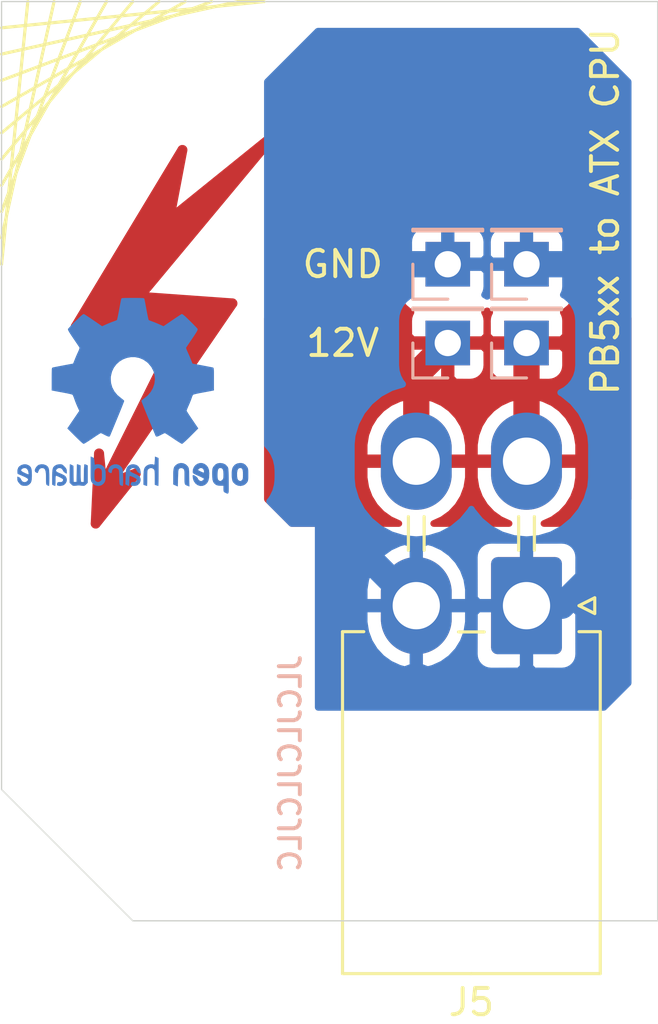
<source format=kicad_pcb>
(kicad_pcb (version 20171130) (host pcbnew "(5.1.12-1-10_14)")

  (general
    (thickness 1.6)
    (drawings 21)
    (tracks 12)
    (zones 0)
    (modules 8)
    (nets 3)
  )

  (page A4)
  (title_block
    (title "PB5xx ATXCPU")
    (date 2022-01-31)
    (rev 1.1)
    (company Lostwave)
    (comment 1 https://68kmla.org)
  )

  (layers
    (0 F.Cu signal)
    (31 B.Cu signal)
    (34 B.Paste user)
    (36 B.SilkS user)
    (37 F.SilkS user)
    (38 B.Mask user)
    (39 F.Mask user)
    (44 Edge.Cuts user)
    (45 Margin user)
    (46 B.CrtYd user)
    (47 F.CrtYd user)
  )

  (setup
    (last_trace_width 1)
    (trace_clearance 1)
    (zone_clearance 0.508)
    (zone_45_only no)
    (trace_min 0.2)
    (via_size 0.8)
    (via_drill 0.4)
    (via_min_size 0.4)
    (via_min_drill 0.3)
    (uvia_size 0.3)
    (uvia_drill 0.1)
    (uvias_allowed no)
    (uvia_min_size 0.2)
    (uvia_min_drill 0.1)
    (edge_width 0.05)
    (segment_width 0.2)
    (pcb_text_width 0.3)
    (pcb_text_size 1.5 1.5)
    (mod_edge_width 0.12)
    (mod_text_size 1 1)
    (mod_text_width 0.15)
    (pad_size 1.524 1.524)
    (pad_drill 0.762)
    (pad_to_mask_clearance 0)
    (aux_axis_origin 0 0)
    (visible_elements FFFFFF7F)
    (pcbplotparams
      (layerselection 0x010f4_ffffffff)
      (usegerberextensions false)
      (usegerberattributes true)
      (usegerberadvancedattributes true)
      (creategerberjobfile true)
      (excludeedgelayer true)
      (linewidth 0.100000)
      (plotframeref false)
      (viasonmask false)
      (mode 1)
      (useauxorigin false)
      (hpglpennumber 1)
      (hpglpenspeed 20)
      (hpglpendiameter 15.000000)
      (psnegative false)
      (psa4output false)
      (plotreference true)
      (plotvalue true)
      (plotinvisibletext false)
      (padsonsilk false)
      (subtractmaskfromsilk false)
      (outputformat 1)
      (mirror false)
      (drillshape 0)
      (scaleselection 1)
      (outputdirectory ""))
  )

  (net 0 "")
  (net 1 GND)
  (net 2 +12V)

  (net_class Default "Ceci est la Netclass par défaut."
    (clearance 1)
    (trace_width 1)
    (via_dia 0.8)
    (via_drill 0.4)
    (uvia_dia 0.3)
    (uvia_drill 0.1)
    (add_net +12V)
    (add_net GND)
  )

  (module Symbol:Symbol_HighVoltage_Type1_CopperTop_Big (layer F.Cu) (tedit 0) (tstamp 61A5B06E)
    (at 66 82)
    (descr "Symbol, HighVoltage, Type1, Copper Top, Big,")
    (tags "Symbol, HighVoltage, Type1, Copper Top, Big,")
    (attr virtual)
    (fp_text reference REF** (at 0 -8.128) (layer F.SilkS) hide
      (effects (font (size 1 1) (thickness 0.15)))
    )
    (fp_text value Symbol_HighVoltage_Type1_CopperTop_Big (at -1.27 8.89) (layer F.Fab)
      (effects (font (size 1 1) (thickness 0.15)))
    )
    (fp_line (start 0.381 -3.683) (end 0.889 -6.35) (layer F.Cu) (width 0.381))
    (fp_line (start 4.318 -6.858) (end 0.381 -3.683) (layer F.Cu) (width 0.381))
    (fp_line (start -0.762 -0.762) (end 4.318 -6.858) (layer F.Cu) (width 0.381))
    (fp_line (start 2.794 -0.508) (end -0.762 -0.762) (layer F.Cu) (width 0.381))
    (fp_line (start -1.905 6.35) (end 2.794 -0.508) (layer F.Cu) (width 0.381))
    (fp_line (start -0.889 5.969) (end -1.905 6.35) (layer F.Cu) (width 0.381))
    (fp_line (start -2.413 7.874) (end -0.889 5.969) (layer F.Cu) (width 0.381))
    (fp_line (start -2.286 5.207) (end -2.413 7.874) (layer F.Cu) (width 0.381))
    (fp_line (start -2.159 6.477) (end -2.286 5.207) (layer F.Cu) (width 0.381))
    (fp_line (start 0.889 0.381) (end -2.159 6.477) (layer F.Cu) (width 0.381))
    (fp_line (start -3.175 0.381) (end 0.889 0.381) (layer F.Cu) (width 0.381))
    (fp_line (start 0.889 -6.35) (end -3.175 0.381) (layer F.Cu) (width 0.381))
    (fp_line (start 2.032 0.127) (end 0.762 2.159) (layer F.Cu) (width 0.381))
    (fp_line (start 1.397 0.127) (end 2.032 0.127) (layer F.Cu) (width 0.381))
    (fp_line (start -1.397 5.461) (end 1.397 0.127) (layer F.Cu) (width 0.381))
    (fp_line (start 1.905 -0.127) (end -1.397 5.461) (layer F.Cu) (width 0.381))
    (fp_line (start -1.143 0) (end 1.905 -0.127) (layer F.Cu) (width 0.381))
    (fp_line (start -1.016 -0.381) (end -1.143 0) (layer F.Cu) (width 0.381))
    (fp_line (start 2.413 -0.381) (end -1.016 -0.381) (layer F.Cu) (width 0.381))
    (fp_line (start 2.032 0.127) (end 2.413 -0.381) (layer F.Cu) (width 0.381))
    (fp_line (start -1.651 0.254) (end 2.032 0.127) (layer F.Cu) (width 0.381))
    (fp_line (start 1.524 -4.445) (end -1.651 0.254) (layer F.Cu) (width 0.381))
    (fp_line (start -1.016 -1.524) (end 1.524 -4.445) (layer F.Cu) (width 0.381))
    (fp_line (start 2.667 -5.207) (end -1.016 -1.524) (layer F.Cu) (width 0.381))
    (fp_line (start -2.032 0.127) (end 2.667 -5.207) (layer F.Cu) (width 0.381))
    (fp_line (start 0.254 -3.556) (end -2.032 0.127) (layer F.Cu) (width 0.381))
    (fp_line (start -2.413 0.127) (end 0.254 -3.556) (layer F.Cu) (width 0.381))
    (fp_line (start 0.381 -4.318) (end -2.413 0.127) (layer F.Cu) (width 0.381))
    (fp_line (start -2.794 0.254) (end 0.381 -4.318) (layer F.Cu) (width 0.381))
    (fp_line (start 0.508 -5.08) (end -2.794 0.254) (layer F.Cu) (width 0.381))
    (fp_line (start -1.905 6.096) (end -1.778 6.223) (layer F.Cu) (width 0.381))
    (fp_line (start -1.778 5.969) (end -1.905 6.096) (layer F.Cu) (width 0.381))
    (fp_line (start -1.905 6.35) (end -1.778 5.969) (layer F.Cu) (width 0.381))
    (fp_line (start -2.286 7.239) (end -1.905 6.35) (layer F.Cu) (width 0.381))
    (fp_line (start -1.524 6.477) (end -2.286 7.239) (layer F.Cu) (width 0.381))
    (fp_line (start 3.048 -5.461) (end 0.127 -3.175) (layer F.Cu) (width 0.381))
    (fp_line (start 0.508 -5.588) (end 0.381 -4.953) (layer F.Cu) (width 0.381))
    (fp_line (start -1.016 -1.016) (end -0.762 -0.381) (layer F.Cu) (width 0.381))
  )

  (module Symbol:OSHW-Logo2_9.8x8mm_Copper (layer B.Cu) (tedit 0) (tstamp 61A5AC54)
    (at 65 85 180)
    (descr "Open Source Hardware Symbol")
    (tags "Logo Symbol OSHW")
    (attr virtual)
    (fp_text reference REF** (at 0 0) (layer B.SilkS) hide
      (effects (font (size 1 1) (thickness 0.15)) (justify mirror))
    )
    (fp_text value OSHW-Logo2_9.8x8mm_Copper (at 0.75 0) (layer B.Fab) hide
      (effects (font (size 1 1) (thickness 0.15)) (justify mirror))
    )
    (fp_poly (pts (xy 0.139878 3.712224) (xy 0.245612 3.711645) (xy 0.322132 3.710078) (xy 0.374372 3.707028)
      (xy 0.407263 3.702004) (xy 0.425737 3.694511) (xy 0.434727 3.684056) (xy 0.439163 3.670147)
      (xy 0.439594 3.668346) (xy 0.446333 3.635855) (xy 0.458808 3.571748) (xy 0.475719 3.482849)
      (xy 0.495771 3.375981) (xy 0.517664 3.257967) (xy 0.518429 3.253822) (xy 0.540359 3.138169)
      (xy 0.560877 3.035986) (xy 0.578659 2.953402) (xy 0.592381 2.896544) (xy 0.600718 2.871542)
      (xy 0.601116 2.871099) (xy 0.625677 2.85889) (xy 0.676315 2.838544) (xy 0.742095 2.814455)
      (xy 0.742461 2.814326) (xy 0.825317 2.783182) (xy 0.923 2.743509) (xy 1.015077 2.703619)
      (xy 1.019434 2.701647) (xy 1.169407 2.63358) (xy 1.501498 2.860361) (xy 1.603374 2.929496)
      (xy 1.695657 2.991303) (xy 1.773003 3.042267) (xy 1.830064 3.078873) (xy 1.861495 3.097606)
      (xy 1.864479 3.098996) (xy 1.887321 3.09281) (xy 1.929982 3.062965) (xy 1.994128 3.008053)
      (xy 2.081421 2.926666) (xy 2.170535 2.840078) (xy 2.256441 2.754753) (xy 2.333327 2.676892)
      (xy 2.396564 2.611303) (xy 2.441523 2.562795) (xy 2.463576 2.536175) (xy 2.464396 2.534805)
      (xy 2.466834 2.516537) (xy 2.45765 2.486705) (xy 2.434574 2.441279) (xy 2.395337 2.37623)
      (xy 2.33767 2.28753) (xy 2.260795 2.173343) (xy 2.19257 2.072838) (xy 2.131582 1.982697)
      (xy 2.081356 1.908151) (xy 2.045416 1.854435) (xy 2.027287 1.826782) (xy 2.026146 1.824905)
      (xy 2.028359 1.79841) (xy 2.045138 1.746914) (xy 2.073142 1.680149) (xy 2.083122 1.658828)
      (xy 2.126672 1.563841) (xy 2.173134 1.456063) (xy 2.210877 1.362808) (xy 2.238073 1.293594)
      (xy 2.259675 1.240994) (xy 2.272158 1.213503) (xy 2.273709 1.211384) (xy 2.296668 1.207876)
      (xy 2.350786 1.198262) (xy 2.428868 1.183911) (xy 2.523719 1.166193) (xy 2.628143 1.146475)
      (xy 2.734944 1.126126) (xy 2.836926 1.106514) (xy 2.926894 1.089009) (xy 2.997653 1.074978)
      (xy 3.042006 1.065791) (xy 3.052885 1.063193) (xy 3.064122 1.056782) (xy 3.072605 1.042303)
      (xy 3.078714 1.014867) (xy 3.082832 0.969589) (xy 3.085341 0.90158) (xy 3.086621 0.805953)
      (xy 3.087054 0.67782) (xy 3.087077 0.625299) (xy 3.087077 0.198155) (xy 2.9845 0.177909)
      (xy 2.927431 0.16693) (xy 2.842269 0.150905) (xy 2.739372 0.131767) (xy 2.629096 0.111449)
      (xy 2.598615 0.105868) (xy 2.496855 0.086083) (xy 2.408205 0.066627) (xy 2.340108 0.049303)
      (xy 2.300004 0.035912) (xy 2.293323 0.031921) (xy 2.276919 0.003658) (xy 2.253399 -0.051109)
      (xy 2.227316 -0.121588) (xy 2.222142 -0.136769) (xy 2.187956 -0.230896) (xy 2.145523 -0.337101)
      (xy 2.103997 -0.432473) (xy 2.103792 -0.432916) (xy 2.03464 -0.582525) (xy 2.489512 -1.251617)
      (xy 2.1975 -1.544116) (xy 2.10918 -1.63117) (xy 2.028625 -1.707909) (xy 1.96036 -1.770237)
      (xy 1.908908 -1.814056) (xy 1.878794 -1.83527) (xy 1.874474 -1.836616) (xy 1.849111 -1.826016)
      (xy 1.797358 -1.796547) (xy 1.724868 -1.751705) (xy 1.637294 -1.694984) (xy 1.542612 -1.631462)
      (xy 1.446516 -1.566668) (xy 1.360837 -1.510287) (xy 1.291016 -1.465788) (xy 1.242494 -1.436639)
      (xy 1.220782 -1.426308) (xy 1.194293 -1.43505) (xy 1.144062 -1.458087) (xy 1.080451 -1.490631)
      (xy 1.073708 -1.494249) (xy 0.988046 -1.53721) (xy 0.929306 -1.558279) (xy 0.892772 -1.558503)
      (xy 0.873731 -1.538928) (xy 0.87362 -1.538654) (xy 0.864102 -1.515472) (xy 0.841403 -1.460441)
      (xy 0.807282 -1.377822) (xy 0.7635 -1.271872) (xy 0.711816 -1.146852) (xy 0.653992 -1.00702)
      (xy 0.597991 -0.871637) (xy 0.536447 -0.722234) (xy 0.479939 -0.583832) (xy 0.430161 -0.460673)
      (xy 0.388806 -0.357002) (xy 0.357568 -0.277059) (xy 0.338141 -0.225088) (xy 0.332154 -0.205692)
      (xy 0.347168 -0.183443) (xy 0.386439 -0.147982) (xy 0.438807 -0.108887) (xy 0.587941 0.014755)
      (xy 0.704511 0.156478) (xy 0.787118 0.313296) (xy 0.834366 0.482225) (xy 0.844857 0.660278)
      (xy 0.837231 0.742461) (xy 0.795682 0.912969) (xy 0.724123 1.063541) (xy 0.626995 1.192691)
      (xy 0.508734 1.298936) (xy 0.37378 1.38079) (xy 0.226571 1.436768) (xy 0.071544 1.465385)
      (xy -0.086861 1.465156) (xy -0.244206 1.434595) (xy -0.396054 1.372218) (xy -0.537965 1.27654)
      (xy -0.597197 1.222428) (xy -0.710797 1.08348) (xy -0.789894 0.931639) (xy -0.835014 0.771333)
      (xy -0.846684 0.606988) (xy -0.825431 0.443029) (xy -0.77178 0.283882) (xy -0.68626 0.133975)
      (xy -0.569395 -0.002267) (xy -0.438807 -0.108887) (xy -0.384412 -0.149642) (xy -0.345986 -0.184718)
      (xy -0.332154 -0.205726) (xy -0.339397 -0.228635) (xy -0.359995 -0.283365) (xy -0.392254 -0.365672)
      (xy -0.434479 -0.471315) (xy -0.484977 -0.59605) (xy -0.542052 -0.735636) (xy -0.598146 -0.87167)
      (xy -0.660033 -1.021201) (xy -0.717356 -1.159767) (xy -0.768356 -1.283107) (xy -0.811273 -1.386964)
      (xy -0.844347 -1.46708) (xy -0.865819 -1.519195) (xy -0.873775 -1.538654) (xy -0.892571 -1.558423)
      (xy -0.928926 -1.558365) (xy -0.987521 -1.537441) (xy -1.073032 -1.494613) (xy -1.073708 -1.494249)
      (xy -1.138093 -1.461012) (xy -1.190139 -1.436802) (xy -1.219488 -1.426404) (xy -1.220783 -1.426308)
      (xy -1.242876 -1.436855) (xy -1.291652 -1.466184) (xy -1.361669 -1.510827) (xy -1.447486 -1.567314)
      (xy -1.542612 -1.631462) (xy -1.63946 -1.696411) (xy -1.726747 -1.752896) (xy -1.798819 -1.797421)
      (xy -1.850023 -1.82649) (xy -1.874474 -1.836616) (xy -1.89699 -1.823307) (xy -1.942258 -1.786112)
      (xy -2.005756 -1.729128) (xy -2.082961 -1.656449) (xy -2.169349 -1.572171) (xy -2.197601 -1.544016)
      (xy -2.489713 -1.251416) (xy -2.267369 -0.925104) (xy -2.199798 -0.824897) (xy -2.140493 -0.734963)
      (xy -2.092783 -0.66051) (xy -2.059993 -0.606751) (xy -2.045452 -0.578894) (xy -2.045026 -0.576912)
      (xy -2.052692 -0.550655) (xy -2.073311 -0.497837) (xy -2.103315 -0.42731) (xy -2.124375 -0.380093)
      (xy -2.163752 -0.289694) (xy -2.200835 -0.198366) (xy -2.229585 -0.1212) (xy -2.237395 -0.097692)
      (xy -2.259583 -0.034916) (xy -2.281273 0.013589) (xy -2.293187 0.031921) (xy -2.319477 0.043141)
      (xy -2.376858 0.059046) (xy -2.457882 0.077833) (xy -2.555105 0.097701) (xy -2.598615 0.105868)
      (xy -2.709104 0.126171) (xy -2.815084 0.14583) (xy -2.906199 0.162912) (xy -2.972092 0.175482)
      (xy -2.9845 0.177909) (xy -3.087077 0.198155) (xy -3.087077 0.625299) (xy -3.086847 0.765754)
      (xy -3.085901 0.872021) (xy -3.083859 0.948987) (xy -3.080338 1.00154) (xy -3.074957 1.034567)
      (xy -3.067334 1.052955) (xy -3.057088 1.061592) (xy -3.052885 1.063193) (xy -3.02753 1.068873)
      (xy -2.971516 1.080205) (xy -2.892036 1.095821) (xy -2.796288 1.114353) (xy -2.691467 1.134431)
      (xy -2.584768 1.154688) (xy -2.483387 1.173754) (xy -2.394521 1.190261) (xy -2.325363 1.202841)
      (xy -2.283111 1.210125) (xy -2.27371 1.211384) (xy -2.265193 1.228237) (xy -2.24634 1.27313)
      (xy -2.220676 1.33757) (xy -2.210877 1.362808) (xy -2.171352 1.460314) (xy -2.124808 1.568041)
      (xy -2.083123 1.658828) (xy -2.05245 1.728247) (xy -2.032044 1.78529) (xy -2.025232 1.820223)
      (xy -2.026318 1.824905) (xy -2.040715 1.847009) (xy -2.073588 1.896169) (xy -2.12141 1.967152)
      (xy -2.180652 2.054722) (xy -2.247785 2.153643) (xy -2.261059 2.17317) (xy -2.338954 2.28886)
      (xy -2.396213 2.376956) (xy -2.435119 2.441514) (xy -2.457956 2.486589) (xy -2.467006 2.516237)
      (xy -2.464552 2.534515) (xy -2.464489 2.534631) (xy -2.445173 2.558639) (xy -2.402449 2.605053)
      (xy -2.340949 2.669063) (xy -2.265302 2.745855) (xy -2.180139 2.830618) (xy -2.170535 2.840078)
      (xy -2.06321 2.944011) (xy -1.980385 3.020325) (xy -1.920395 3.070429) (xy -1.881577 3.09573)
      (xy -1.86448 3.098996) (xy -1.839527 3.08475) (xy -1.787745 3.051844) (xy -1.71448 3.003792)
      (xy -1.62508 2.94411) (xy -1.524889 2.876312) (xy -1.501499 2.860361) (xy -1.169407 2.63358)
      (xy -1.019435 2.701647) (xy -0.92823 2.741315) (xy -0.830331 2.781209) (xy -0.746169 2.813017)
      (xy -0.742462 2.814326) (xy -0.676631 2.838424) (xy -0.625884 2.8588) (xy -0.601158 2.871064)
      (xy -0.601116 2.871099) (xy -0.593271 2.893266) (xy -0.579934 2.947783) (xy -0.56243 3.02852)
      (xy -0.542083 3.12935) (xy -0.520218 3.244144) (xy -0.518429 3.253822) (xy -0.496496 3.372096)
      (xy -0.47636 3.479458) (xy -0.45932 3.569083) (xy -0.446672 3.634149) (xy -0.439716 3.667832)
      (xy -0.439594 3.668346) (xy -0.435361 3.682675) (xy -0.427129 3.693493) (xy -0.409967 3.701294)
      (xy -0.378942 3.706571) (xy -0.329122 3.709818) (xy -0.255576 3.711528) (xy -0.153371 3.712193)
      (xy -0.017575 3.712307) (xy 0 3.712308) (xy 0.139878 3.712224)) (layer B.Cu) (width 0.01))
    (fp_poly (pts (xy 4.245224 -2.647838) (xy 4.322528 -2.698361) (xy 4.359814 -2.74359) (xy 4.389353 -2.825663)
      (xy 4.391699 -2.890607) (xy 4.386385 -2.977445) (xy 4.186115 -3.065103) (xy 4.088739 -3.109887)
      (xy 4.025113 -3.145913) (xy 3.992029 -3.177117) (xy 3.98628 -3.207436) (xy 4.004658 -3.240805)
      (xy 4.024923 -3.262923) (xy 4.083889 -3.298393) (xy 4.148024 -3.300879) (xy 4.206926 -3.273235)
      (xy 4.250197 -3.21832) (xy 4.257936 -3.198928) (xy 4.295006 -3.138364) (xy 4.337654 -3.112552)
      (xy 4.396154 -3.090471) (xy 4.396154 -3.174184) (xy 4.390982 -3.23115) (xy 4.370723 -3.279189)
      (xy 4.328262 -3.334346) (xy 4.321951 -3.341514) (xy 4.27472 -3.390585) (xy 4.234121 -3.41692)
      (xy 4.183328 -3.429035) (xy 4.14122 -3.433003) (xy 4.065902 -3.433991) (xy 4.012286 -3.421466)
      (xy 3.978838 -3.402869) (xy 3.926268 -3.361975) (xy 3.889879 -3.317748) (xy 3.86685 -3.262126)
      (xy 3.854359 -3.187047) (xy 3.849587 -3.084449) (xy 3.849206 -3.032376) (xy 3.850501 -2.969948)
      (xy 3.968471 -2.969948) (xy 3.969839 -3.003438) (xy 3.973249 -3.008923) (xy 3.995753 -3.001472)
      (xy 4.044182 -2.981753) (xy 4.108908 -2.953718) (xy 4.122443 -2.947692) (xy 4.204244 -2.906096)
      (xy 4.249312 -2.869538) (xy 4.259217 -2.835296) (xy 4.235526 -2.800648) (xy 4.21596 -2.785339)
      (xy 4.14536 -2.754721) (xy 4.07928 -2.75978) (xy 4.023959 -2.797151) (xy 3.985636 -2.863473)
      (xy 3.973349 -2.916116) (xy 3.968471 -2.969948) (xy 3.850501 -2.969948) (xy 3.85173 -2.91072)
      (xy 3.861032 -2.82071) (xy 3.87946 -2.755167) (xy 3.90936 -2.706912) (xy 3.95308 -2.668767)
      (xy 3.972141 -2.65644) (xy 4.058726 -2.624336) (xy 4.153522 -2.622316) (xy 4.245224 -2.647838)) (layer B.Cu) (width 0.01))
    (fp_poly (pts (xy 3.570807 -2.636782) (xy 3.594161 -2.646988) (xy 3.649902 -2.691134) (xy 3.697569 -2.754967)
      (xy 3.727048 -2.823087) (xy 3.731846 -2.85667) (xy 3.71576 -2.903556) (xy 3.680475 -2.928365)
      (xy 3.642644 -2.943387) (xy 3.625321 -2.946155) (xy 3.616886 -2.926066) (xy 3.60023 -2.882351)
      (xy 3.592923 -2.862598) (xy 3.551948 -2.794271) (xy 3.492622 -2.760191) (xy 3.416552 -2.761239)
      (xy 3.410918 -2.762581) (xy 3.370305 -2.781836) (xy 3.340448 -2.819375) (xy 3.320055 -2.879809)
      (xy 3.307836 -2.967751) (xy 3.3025 -3.087813) (xy 3.302 -3.151698) (xy 3.301752 -3.252403)
      (xy 3.300126 -3.321054) (xy 3.295801 -3.364673) (xy 3.287454 -3.390282) (xy 3.273765 -3.404903)
      (xy 3.253411 -3.415558) (xy 3.252234 -3.416095) (xy 3.213038 -3.432667) (xy 3.193619 -3.438769)
      (xy 3.190635 -3.420319) (xy 3.188081 -3.369323) (xy 3.18614 -3.292308) (xy 3.184997 -3.195805)
      (xy 3.184769 -3.125184) (xy 3.185932 -2.988525) (xy 3.190479 -2.884851) (xy 3.199999 -2.808108)
      (xy 3.216081 -2.752246) (xy 3.240313 -2.711212) (xy 3.274286 -2.678954) (xy 3.307833 -2.65644)
      (xy 3.388499 -2.626476) (xy 3.482381 -2.619718) (xy 3.570807 -2.636782)) (layer B.Cu) (width 0.01))
    (fp_poly (pts (xy 2.887333 -2.633528) (xy 2.94359 -2.659117) (xy 2.987747 -2.690124) (xy 3.020101 -2.724795)
      (xy 3.042438 -2.76952) (xy 3.056546 -2.830692) (xy 3.064211 -2.914701) (xy 3.06722 -3.02794)
      (xy 3.067538 -3.102509) (xy 3.067538 -3.39342) (xy 3.017773 -3.416095) (xy 2.978576 -3.432667)
      (xy 2.959157 -3.438769) (xy 2.955442 -3.42061) (xy 2.952495 -3.371648) (xy 2.950691 -3.300153)
      (xy 2.950308 -3.243385) (xy 2.948661 -3.161371) (xy 2.944222 -3.096309) (xy 2.93774 -3.056467)
      (xy 2.93259 -3.048) (xy 2.897977 -3.056646) (xy 2.84364 -3.078823) (xy 2.780722 -3.108886)
      (xy 2.720368 -3.141192) (xy 2.673721 -3.170098) (xy 2.651926 -3.189961) (xy 2.651839 -3.190175)
      (xy 2.653714 -3.226935) (xy 2.670525 -3.262026) (xy 2.700039 -3.290528) (xy 2.743116 -3.300061)
      (xy 2.779932 -3.29895) (xy 2.832074 -3.298133) (xy 2.859444 -3.310349) (xy 2.875882 -3.342624)
      (xy 2.877955 -3.34871) (xy 2.885081 -3.394739) (xy 2.866024 -3.422687) (xy 2.816353 -3.436007)
      (xy 2.762697 -3.43847) (xy 2.666142 -3.42021) (xy 2.616159 -3.394131) (xy 2.554429 -3.332868)
      (xy 2.52169 -3.25767) (xy 2.518753 -3.178211) (xy 2.546424 -3.104167) (xy 2.588047 -3.057769)
      (xy 2.629604 -3.031793) (xy 2.694922 -2.998907) (xy 2.771038 -2.965557) (xy 2.783726 -2.960461)
      (xy 2.867333 -2.923565) (xy 2.91553 -2.891046) (xy 2.93103 -2.858718) (xy 2.91655 -2.822394)
      (xy 2.891692 -2.794) (xy 2.832939 -2.759039) (xy 2.768293 -2.756417) (xy 2.709008 -2.783358)
      (xy 2.666339 -2.837088) (xy 2.660739 -2.85095) (xy 2.628133 -2.901936) (xy 2.58053 -2.939787)
      (xy 2.520461 -2.97085) (xy 2.520461 -2.882768) (xy 2.523997 -2.828951) (xy 2.539156 -2.786534)
      (xy 2.572768 -2.741279) (xy 2.605035 -2.70642) (xy 2.655209 -2.657062) (xy 2.694193 -2.630547)
      (xy 2.736064 -2.619911) (xy 2.78346 -2.618154) (xy 2.887333 -2.633528)) (layer B.Cu) (width 0.01))
    (fp_poly (pts (xy 2.395929 -2.636662) (xy 2.398911 -2.688068) (xy 2.401247 -2.766192) (xy 2.402749 -2.864857)
      (xy 2.403231 -2.968343) (xy 2.403231 -3.318533) (xy 2.341401 -3.380363) (xy 2.298793 -3.418462)
      (xy 2.26139 -3.433895) (xy 2.21027 -3.432918) (xy 2.189978 -3.430433) (xy 2.126554 -3.4232)
      (xy 2.074095 -3.419055) (xy 2.061308 -3.418672) (xy 2.018199 -3.421176) (xy 1.956544 -3.427462)
      (xy 1.932638 -3.430433) (xy 1.873922 -3.435028) (xy 1.834464 -3.425046) (xy 1.795338 -3.394228)
      (xy 1.781215 -3.380363) (xy 1.719385 -3.318533) (xy 1.719385 -2.663503) (xy 1.76915 -2.640829)
      (xy 1.812002 -2.624034) (xy 1.837073 -2.618154) (xy 1.843501 -2.636736) (xy 1.849509 -2.688655)
      (xy 1.854697 -2.768172) (xy 1.858664 -2.869546) (xy 1.860577 -2.955192) (xy 1.865923 -3.292231)
      (xy 1.91256 -3.298825) (xy 1.954976 -3.294214) (xy 1.97576 -3.279287) (xy 1.98157 -3.251377)
      (xy 1.98653 -3.191925) (xy 1.990246 -3.108466) (xy 1.992324 -3.008532) (xy 1.992624 -2.957104)
      (xy 1.992923 -2.661054) (xy 2.054454 -2.639604) (xy 2.098004 -2.62502) (xy 2.121694 -2.618219)
      (xy 2.122377 -2.618154) (xy 2.124754 -2.636642) (xy 2.127366 -2.687906) (xy 2.129995 -2.765649)
      (xy 2.132421 -2.863574) (xy 2.134115 -2.955192) (xy 2.139461 -3.292231) (xy 2.256692 -3.292231)
      (xy 2.262072 -2.984746) (xy 2.267451 -2.677261) (xy 2.324601 -2.647707) (xy 2.366797 -2.627413)
      (xy 2.39177 -2.618204) (xy 2.392491 -2.618154) (xy 2.395929 -2.636662)) (layer B.Cu) (width 0.01))
    (fp_poly (pts (xy 1.602081 -2.780289) (xy 1.601833 -2.92632) (xy 1.600872 -3.038655) (xy 1.598794 -3.122678)
      (xy 1.595193 -3.183769) (xy 1.589665 -3.227309) (xy 1.581804 -3.258679) (xy 1.571207 -3.283262)
      (xy 1.563182 -3.297294) (xy 1.496728 -3.373388) (xy 1.41247 -3.421084) (xy 1.319249 -3.438199)
      (xy 1.2259 -3.422546) (xy 1.170312 -3.394418) (xy 1.111957 -3.34576) (xy 1.072186 -3.286333)
      (xy 1.04819 -3.208507) (xy 1.037161 -3.104652) (xy 1.035599 -3.028462) (xy 1.035809 -3.022986)
      (xy 1.172308 -3.022986) (xy 1.173141 -3.110355) (xy 1.176961 -3.168192) (xy 1.185746 -3.206029)
      (xy 1.201474 -3.233398) (xy 1.220266 -3.254042) (xy 1.283375 -3.29389) (xy 1.351137 -3.297295)
      (xy 1.415179 -3.264025) (xy 1.420164 -3.259517) (xy 1.441439 -3.236067) (xy 1.454779 -3.208166)
      (xy 1.462001 -3.166641) (xy 1.464923 -3.102316) (xy 1.465385 -3.0312) (xy 1.464383 -2.941858)
      (xy 1.460238 -2.882258) (xy 1.451236 -2.843089) (xy 1.435667 -2.81504) (xy 1.422902 -2.800144)
      (xy 1.3636 -2.762575) (xy 1.295301 -2.758057) (xy 1.23011 -2.786753) (xy 1.217528 -2.797406)
      (xy 1.196111 -2.821063) (xy 1.182744 -2.849251) (xy 1.175566 -2.891245) (xy 1.172719 -2.956319)
      (xy 1.172308 -3.022986) (xy 1.035809 -3.022986) (xy 1.040322 -2.905765) (xy 1.056362 -2.813577)
      (xy 1.086528 -2.744269) (xy 1.133629 -2.690211) (xy 1.170312 -2.662505) (xy 1.23699 -2.632572)
      (xy 1.314272 -2.618678) (xy 1.38611 -2.622397) (xy 1.426308 -2.6374) (xy 1.442082 -2.64167)
      (xy 1.45255 -2.62575) (xy 1.459856 -2.583089) (xy 1.465385 -2.518106) (xy 1.471437 -2.445732)
      (xy 1.479844 -2.402187) (xy 1.495141 -2.377287) (xy 1.521864 -2.360845) (xy 1.538654 -2.353564)
      (xy 1.602154 -2.326963) (xy 1.602081 -2.780289)) (layer B.Cu) (width 0.01))
    (fp_poly (pts (xy 0.713362 -2.62467) (xy 0.802117 -2.657421) (xy 0.874022 -2.71535) (xy 0.902144 -2.756128)
      (xy 0.932802 -2.830954) (xy 0.932165 -2.885058) (xy 0.899987 -2.921446) (xy 0.888081 -2.927633)
      (xy 0.836675 -2.946925) (xy 0.810422 -2.941982) (xy 0.80153 -2.909587) (xy 0.801077 -2.891692)
      (xy 0.784797 -2.825859) (xy 0.742365 -2.779807) (xy 0.683388 -2.757564) (xy 0.617475 -2.763161)
      (xy 0.563895 -2.792229) (xy 0.545798 -2.80881) (xy 0.532971 -2.828925) (xy 0.524306 -2.859332)
      (xy 0.518696 -2.906788) (xy 0.515035 -2.97805) (xy 0.512215 -3.079875) (xy 0.511484 -3.112115)
      (xy 0.50882 -3.22241) (xy 0.505792 -3.300036) (xy 0.50125 -3.351396) (xy 0.494046 -3.38289)
      (xy 0.483033 -3.40092) (xy 0.46706 -3.411888) (xy 0.456834 -3.416733) (xy 0.413406 -3.433301)
      (xy 0.387842 -3.438769) (xy 0.379395 -3.420507) (xy 0.374239 -3.365296) (xy 0.372346 -3.272499)
      (xy 0.373689 -3.141478) (xy 0.374107 -3.121269) (xy 0.377058 -3.001733) (xy 0.380548 -2.914449)
      (xy 0.385514 -2.852591) (xy 0.392893 -2.809336) (xy 0.403624 -2.77786) (xy 0.418645 -2.751339)
      (xy 0.426502 -2.739975) (xy 0.471553 -2.689692) (xy 0.52194 -2.650581) (xy 0.528108 -2.647167)
      (xy 0.618458 -2.620212) (xy 0.713362 -2.62467)) (layer B.Cu) (width 0.01))
    (fp_poly (pts (xy 0.053501 -2.626303) (xy 0.13006 -2.654733) (xy 0.130936 -2.655279) (xy 0.178285 -2.690127)
      (xy 0.213241 -2.730852) (xy 0.237825 -2.783925) (xy 0.254062 -2.855814) (xy 0.263975 -2.952992)
      (xy 0.269586 -3.081928) (xy 0.270077 -3.100298) (xy 0.277141 -3.377287) (xy 0.217695 -3.408028)
      (xy 0.174681 -3.428802) (xy 0.14871 -3.438646) (xy 0.147509 -3.438769) (xy 0.143014 -3.420606)
      (xy 0.139444 -3.371612) (xy 0.137248 -3.300031) (xy 0.136769 -3.242068) (xy 0.136758 -3.14817)
      (xy 0.132466 -3.089203) (xy 0.117503 -3.061079) (xy 0.085482 -3.059706) (xy 0.030014 -3.080998)
      (xy -0.053731 -3.120136) (xy -0.115311 -3.152643) (xy -0.146983 -3.180845) (xy -0.156294 -3.211582)
      (xy -0.156308 -3.213104) (xy -0.140943 -3.266054) (xy -0.095453 -3.29466) (xy -0.025834 -3.298803)
      (xy 0.024313 -3.298084) (xy 0.050754 -3.312527) (xy 0.067243 -3.347218) (xy 0.076733 -3.391416)
      (xy 0.063057 -3.416493) (xy 0.057907 -3.420082) (xy 0.009425 -3.434496) (xy -0.058469 -3.436537)
      (xy -0.128388 -3.426983) (xy -0.177932 -3.409522) (xy -0.24643 -3.351364) (xy -0.285366 -3.270408)
      (xy -0.293077 -3.20716) (xy -0.287193 -3.150111) (xy -0.265899 -3.103542) (xy -0.223735 -3.062181)
      (xy -0.155241 -3.020755) (xy -0.054956 -2.973993) (xy -0.048846 -2.97135) (xy 0.04149 -2.929617)
      (xy 0.097235 -2.895391) (xy 0.121129 -2.864635) (xy 0.115913 -2.833311) (xy 0.084328 -2.797383)
      (xy 0.074883 -2.789116) (xy 0.011617 -2.757058) (xy -0.053936 -2.758407) (xy -0.111028 -2.789838)
      (xy -0.148907 -2.848024) (xy -0.152426 -2.859446) (xy -0.1867 -2.914837) (xy -0.230191 -2.941518)
      (xy -0.293077 -2.96796) (xy -0.293077 -2.899548) (xy -0.273948 -2.80011) (xy -0.217169 -2.708902)
      (xy -0.187622 -2.678389) (xy -0.120458 -2.639228) (xy -0.035044 -2.6215) (xy 0.053501 -2.626303)) (layer B.Cu) (width 0.01))
    (fp_poly (pts (xy -0.840154 -2.49212) (xy -0.834428 -2.57198) (xy -0.827851 -2.619039) (xy -0.818738 -2.639566)
      (xy -0.805402 -2.639829) (xy -0.801077 -2.637378) (xy -0.743556 -2.619636) (xy -0.668732 -2.620672)
      (xy -0.592661 -2.63891) (xy -0.545082 -2.662505) (xy -0.496298 -2.700198) (xy -0.460636 -2.742855)
      (xy -0.436155 -2.797057) (xy -0.420913 -2.869384) (xy -0.41297 -2.966419) (xy -0.410384 -3.094742)
      (xy -0.410338 -3.119358) (xy -0.410308 -3.39587) (xy -0.471839 -3.41732) (xy -0.515541 -3.431912)
      (xy -0.539518 -3.438706) (xy -0.540223 -3.438769) (xy -0.542585 -3.420345) (xy -0.544594 -3.369526)
      (xy -0.546099 -3.292993) (xy -0.546947 -3.19743) (xy -0.547077 -3.139329) (xy -0.547349 -3.024771)
      (xy -0.548748 -2.942667) (xy -0.552151 -2.886393) (xy -0.558433 -2.849326) (xy -0.568471 -2.824844)
      (xy -0.583139 -2.806325) (xy -0.592298 -2.797406) (xy -0.655211 -2.761466) (xy -0.723864 -2.758775)
      (xy -0.786152 -2.78917) (xy -0.797671 -2.800144) (xy -0.814567 -2.820779) (xy -0.826286 -2.845256)
      (xy -0.833767 -2.880647) (xy -0.837946 -2.934026) (xy -0.839763 -3.012466) (xy -0.840154 -3.120617)
      (xy -0.840154 -3.39587) (xy -0.901685 -3.41732) (xy -0.945387 -3.431912) (xy -0.969364 -3.438706)
      (xy -0.97007 -3.438769) (xy -0.971874 -3.420069) (xy -0.9735 -3.367322) (xy -0.974883 -3.285557)
      (xy -0.975958 -3.179805) (xy -0.97666 -3.055094) (xy -0.976923 -2.916455) (xy -0.976923 -2.381806)
      (xy -0.849923 -2.328236) (xy -0.840154 -2.49212)) (layer B.Cu) (width 0.01))
    (fp_poly (pts (xy -2.465746 -2.599745) (xy -2.388714 -2.651567) (xy -2.329184 -2.726412) (xy -2.293622 -2.821654)
      (xy -2.286429 -2.891756) (xy -2.287246 -2.921009) (xy -2.294086 -2.943407) (xy -2.312888 -2.963474)
      (xy -2.349592 -2.985733) (xy -2.410138 -3.014709) (xy -2.500466 -3.054927) (xy -2.500923 -3.055129)
      (xy -2.584067 -3.09321) (xy -2.652247 -3.127025) (xy -2.698495 -3.152933) (xy -2.715842 -3.167295)
      (xy -2.715846 -3.167411) (xy -2.700557 -3.198685) (xy -2.664804 -3.233157) (xy -2.623758 -3.25799)
      (xy -2.602963 -3.262923) (xy -2.54623 -3.245862) (xy -2.497373 -3.203133) (xy -2.473535 -3.156155)
      (xy -2.450603 -3.121522) (xy -2.405682 -3.082081) (xy -2.352877 -3.048009) (xy -2.30629 -3.02948)
      (xy -2.296548 -3.028462) (xy -2.285582 -3.045215) (xy -2.284921 -3.088039) (xy -2.29298 -3.145781)
      (xy -2.308173 -3.207289) (xy -2.328914 -3.261409) (xy -2.329962 -3.26351) (xy -2.392379 -3.35066)
      (xy -2.473274 -3.409939) (xy -2.565144 -3.439034) (xy -2.660487 -3.435634) (xy -2.751802 -3.397428)
      (xy -2.755862 -3.394741) (xy -2.827694 -3.329642) (xy -2.874927 -3.244705) (xy -2.901066 -3.133021)
      (xy -2.904574 -3.101643) (xy -2.910787 -2.953536) (xy -2.903339 -2.884468) (xy -2.715846 -2.884468)
      (xy -2.71341 -2.927552) (xy -2.700086 -2.940126) (xy -2.666868 -2.930719) (xy -2.614506 -2.908483)
      (xy -2.555976 -2.88061) (xy -2.554521 -2.879872) (xy -2.504911 -2.853777) (xy -2.485 -2.836363)
      (xy -2.48991 -2.818107) (xy -2.510584 -2.79412) (xy -2.563181 -2.759406) (xy -2.619823 -2.756856)
      (xy -2.670631 -2.782119) (xy -2.705724 -2.830847) (xy -2.715846 -2.884468) (xy -2.903339 -2.884468)
      (xy -2.898008 -2.835036) (xy -2.865222 -2.741055) (xy -2.819579 -2.675215) (xy -2.737198 -2.608681)
      (xy -2.646454 -2.575676) (xy -2.553815 -2.573573) (xy -2.465746 -2.599745)) (layer B.Cu) (width 0.01))
    (fp_poly (pts (xy -3.983114 -2.587256) (xy -3.891536 -2.635409) (xy -3.823951 -2.712905) (xy -3.799943 -2.762727)
      (xy -3.781262 -2.837533) (xy -3.771699 -2.932052) (xy -3.770792 -3.03521) (xy -3.778079 -3.135935)
      (xy -3.793097 -3.223153) (xy -3.815385 -3.285791) (xy -3.822235 -3.296579) (xy -3.903368 -3.377105)
      (xy -3.999734 -3.425336) (xy -4.104299 -3.43945) (xy -4.210032 -3.417629) (xy -4.239457 -3.404547)
      (xy -4.296759 -3.364231) (xy -4.34705 -3.310775) (xy -4.351803 -3.303995) (xy -4.371122 -3.271321)
      (xy -4.383892 -3.236394) (xy -4.391436 -3.190414) (xy -4.395076 -3.124584) (xy -4.396135 -3.030105)
      (xy -4.396154 -3.008923) (xy -4.396106 -3.002182) (xy -4.200769 -3.002182) (xy -4.199632 -3.091349)
      (xy -4.195159 -3.15052) (xy -4.185754 -3.188741) (xy -4.169824 -3.215053) (xy -4.161692 -3.223846)
      (xy -4.114942 -3.257261) (xy -4.069553 -3.255737) (xy -4.02366 -3.226752) (xy -3.996288 -3.195809)
      (xy -3.980077 -3.150643) (xy -3.970974 -3.07942) (xy -3.970349 -3.071114) (xy -3.968796 -2.942037)
      (xy -3.985035 -2.846172) (xy -4.018848 -2.784107) (xy -4.070016 -2.756432) (xy -4.08828 -2.754923)
      (xy -4.13624 -2.762513) (xy -4.169047 -2.788808) (xy -4.189105 -2.839095) (xy -4.198822 -2.918664)
      (xy -4.200769 -3.002182) (xy -4.396106 -3.002182) (xy -4.395426 -2.908249) (xy -4.392371 -2.837906)
      (xy -4.385678 -2.789163) (xy -4.37404 -2.753288) (xy -4.356147 -2.721548) (xy -4.352192 -2.715648)
      (xy -4.285733 -2.636104) (xy -4.213315 -2.589929) (xy -4.125151 -2.571599) (xy -4.095213 -2.570703)
      (xy -3.983114 -2.587256)) (layer B.Cu) (width 0.01))
    (fp_poly (pts (xy -1.728336 -2.595089) (xy -1.665633 -2.631358) (xy -1.622039 -2.667358) (xy -1.590155 -2.705075)
      (xy -1.56819 -2.751199) (xy -1.554351 -2.812421) (xy -1.546847 -2.895431) (xy -1.543883 -3.006919)
      (xy -1.543539 -3.087062) (xy -1.543539 -3.382065) (xy -1.709615 -3.456515) (xy -1.719385 -3.133402)
      (xy -1.723421 -3.012729) (xy -1.727656 -2.925141) (xy -1.732903 -2.86465) (xy -1.739975 -2.825268)
      (xy -1.749689 -2.801007) (xy -1.762856 -2.78588) (xy -1.767081 -2.782606) (xy -1.831091 -2.757034)
      (xy -1.895792 -2.767153) (xy -1.934308 -2.794) (xy -1.949975 -2.813024) (xy -1.96082 -2.837988)
      (xy -1.967712 -2.875834) (xy -1.971521 -2.933502) (xy -1.973117 -3.017935) (xy -1.973385 -3.105928)
      (xy -1.973437 -3.216323) (xy -1.975328 -3.294463) (xy -1.981655 -3.347165) (xy -1.995017 -3.381242)
      (xy -2.018015 -3.403511) (xy -2.053246 -3.420787) (xy -2.100303 -3.438738) (xy -2.151697 -3.458278)
      (xy -2.145579 -3.111485) (xy -2.143116 -2.986468) (xy -2.140233 -2.894082) (xy -2.136102 -2.827881)
      (xy -2.129893 -2.78142) (xy -2.120774 -2.748256) (xy -2.107917 -2.721944) (xy -2.092416 -2.698729)
      (xy -2.017629 -2.624569) (xy -1.926372 -2.581684) (xy -1.827117 -2.571412) (xy -1.728336 -2.595089)) (layer B.Cu) (width 0.01))
    (fp_poly (pts (xy -3.231114 -2.584505) (xy -3.156461 -2.621727) (xy -3.090569 -2.690261) (xy -3.072423 -2.715648)
      (xy -3.052655 -2.748866) (xy -3.039828 -2.784945) (xy -3.03249 -2.833098) (xy -3.029187 -2.902536)
      (xy -3.028462 -2.994206) (xy -3.031737 -3.11983) (xy -3.043123 -3.214154) (xy -3.064959 -3.284523)
      (xy -3.099581 -3.338286) (xy -3.14933 -3.382788) (xy -3.152986 -3.385423) (xy -3.202015 -3.412377)
      (xy -3.261055 -3.425712) (xy -3.336141 -3.429) (xy -3.458205 -3.429) (xy -3.458256 -3.547497)
      (xy -3.459392 -3.613492) (xy -3.466314 -3.652202) (xy -3.484402 -3.675419) (xy -3.519038 -3.694933)
      (xy -3.527355 -3.69892) (xy -3.56628 -3.717603) (xy -3.596417 -3.729403) (xy -3.618826 -3.730422)
      (xy -3.634567 -3.716761) (xy -3.644698 -3.684522) (xy -3.650277 -3.629804) (xy -3.652365 -3.548711)
      (xy -3.652019 -3.437344) (xy -3.6503 -3.291802) (xy -3.649763 -3.248269) (xy -3.647828 -3.098205)
      (xy -3.646096 -3.000042) (xy -3.458308 -3.000042) (xy -3.457252 -3.083364) (xy -3.452562 -3.13788)
      (xy -3.441949 -3.173837) (xy -3.423128 -3.201482) (xy -3.41035 -3.214965) (xy -3.35811 -3.254417)
      (xy -3.311858 -3.257628) (xy -3.264133 -3.225049) (xy -3.262923 -3.223846) (xy -3.243506 -3.198668)
      (xy -3.231693 -3.164447) (xy -3.225735 -3.111748) (xy -3.22388 -3.031131) (xy -3.223846 -3.013271)
      (xy -3.22833 -2.902175) (xy -3.242926 -2.825161) (xy -3.26935 -2.778147) (xy -3.309317 -2.75705)
      (xy -3.332416 -2.754923) (xy -3.387238 -2.7649) (xy -3.424842 -2.797752) (xy -3.447477 -2.857857)
      (xy -3.457394 -2.949598) (xy -3.458308 -3.000042) (xy -3.646096 -3.000042) (xy -3.645778 -2.98206)
      (xy -3.643127 -2.894679) (xy -3.639394 -2.830905) (xy -3.634093 -2.785582) (xy -3.626742 -2.753555)
      (xy -3.616857 -2.729668) (xy -3.603954 -2.708764) (xy -3.598421 -2.700898) (xy -3.525031 -2.626595)
      (xy -3.43224 -2.584467) (xy -3.324904 -2.572722) (xy -3.231114 -2.584505)) (layer B.Cu) (width 0.01))
  )

  (module Connector_Molex:Molex_Mini-Fit_Jr_5569-04A2_2x02_P4.20mm_Horizontal (layer F.Cu) (tedit 5B7818E8) (tstamp 61A5A476)
    (at 80 93 180)
    (descr "Molex Mini-Fit Jr. Power Connectors, old mpn/engineering number: 5569-04A2, example for new mpn: 39-30-0040, 2 Pins per row, Mounting: Snap-in Plastic Peg PCB Lock (http://www.molex.com/pdm_docs/sd/039300020_sd.pdf), generated with kicad-footprint-generator")
    (tags "connector Molex Mini-Fit_Jr top entryplastic_peg")
    (path /61A73FB7)
    (fp_text reference J5 (at 2.1 -15.1) (layer F.SilkS)
      (effects (font (size 1 1) (thickness 0.15)))
    )
    (fp_text value "ATX CPU" (at 2.1 8.55) (layer F.Fab)
      (effects (font (size 1 1) (thickness 0.15)))
    )
    (fp_line (start -2.7 -13.9) (end -2.7 -1.1) (layer F.Fab) (width 0.1))
    (fp_line (start -2.7 -1.1) (end 6.9 -1.1) (layer F.Fab) (width 0.1))
    (fp_line (start 6.9 -1.1) (end 6.9 -13.9) (layer F.Fab) (width 0.1))
    (fp_line (start 6.9 -13.9) (end -2.7 -13.9) (layer F.Fab) (width 0.1))
    (fp_line (start -2 -0.99) (end -2.81 -0.99) (layer F.SilkS) (width 0.12))
    (fp_line (start -2.81 -0.99) (end -2.81 -14.01) (layer F.SilkS) (width 0.12))
    (fp_line (start -2.81 -14.01) (end 2.1 -14.01) (layer F.SilkS) (width 0.12))
    (fp_line (start 6.2 -0.99) (end 7.01 -0.99) (layer F.SilkS) (width 0.12))
    (fp_line (start 7.01 -0.99) (end 7.01 -14.01) (layer F.SilkS) (width 0.12))
    (fp_line (start 7.01 -14.01) (end 2.1 -14.01) (layer F.SilkS) (width 0.12))
    (fp_line (start -0.3 2.11) (end -0.3 3.39) (layer F.SilkS) (width 0.12))
    (fp_line (start 0.3 2.11) (end 0.3 3.39) (layer F.SilkS) (width 0.12))
    (fp_line (start 3.9 2.11) (end 3.9 3.39) (layer F.SilkS) (width 0.12))
    (fp_line (start 4.5 2.11) (end 4.5 3.39) (layer F.SilkS) (width 0.12))
    (fp_line (start 1.61 -1) (end 2.59 -1) (layer F.SilkS) (width 0.12))
    (fp_line (start -2 0) (end -2.6 0.3) (layer F.SilkS) (width 0.12))
    (fp_line (start -2.6 0.3) (end -2.6 -0.3) (layer F.SilkS) (width 0.12))
    (fp_line (start -2.6 -0.3) (end -2 0) (layer F.SilkS) (width 0.12))
    (fp_line (start -1 -1.1) (end 0 -2.514214) (layer F.Fab) (width 0.1))
    (fp_line (start 0 -2.514214) (end 1 -1.1) (layer F.Fab) (width 0.1))
    (fp_line (start -3.2 -14.4) (end -3.2 7.85) (layer F.CrtYd) (width 0.05))
    (fp_line (start -3.2 7.85) (end 7.4 7.85) (layer F.CrtYd) (width 0.05))
    (fp_line (start 7.4 7.85) (end 7.4 -14.4) (layer F.CrtYd) (width 0.05))
    (fp_line (start 7.4 -14.4) (end -3.2 -14.4) (layer F.CrtYd) (width 0.05))
    (fp_text user %R (at 2.1 -13.2) (layer F.Fab)
      (effects (font (size 1 1) (thickness 0.15)))
    )
    (pad "" np_thru_hole circle (at 2.1 -7.3 180) (size 3 3) (drill 3) (layers *.Cu *.Mask))
    (pad 4 thru_hole oval (at 4.2 5.5 180) (size 2.7 3.7) (drill 1.8) (layers *.Cu *.Mask)
      (net 2 +12V))
    (pad 3 thru_hole oval (at 0 5.5 180) (size 2.7 3.7) (drill 1.8) (layers *.Cu *.Mask)
      (net 2 +12V))
    (pad 2 thru_hole oval (at 4.2 0 180) (size 2.7 3.7) (drill 1.8) (layers *.Cu *.Mask)
      (net 1 GND))
    (pad 1 thru_hole roundrect (at 0 0 180) (size 2.7 3.7) (drill 1.8) (layers *.Cu *.Mask) (roundrect_rratio 0.09259296296296296)
      (net 1 GND))
    (model ${KISYS3DMOD}/Connector_Molex.3dshapes/Molex_Mini-Fit_Jr_5569-04A2_2x02_P4.20mm_Horizontal.wrl
      (at (xyz 0 0 0))
      (scale (xyz 1 1 1))
      (rotate (xyz 0 0 0))
    )
  )

  (module Connector_PinHeader_2.54mm:PinHeader_1x01_P2.54mm_Vertical (layer B.Cu) (tedit 59FED5CC) (tstamp 61A59D7F)
    (at 80 83)
    (descr "Through hole straight pin header, 1x01, 2.54mm pitch, single row")
    (tags "Through hole pin header THT 1x01 2.54mm single row")
    (path /61A5B8EE)
    (fp_text reference J4 (at 0 2.33) (layer B.SilkS) hide
      (effects (font (size 1 1) (thickness 0.15)) (justify mirror))
    )
    (fp_text value "PWR Main" (at 0 -2.33) (layer B.Fab)
      (effects (font (size 1 1) (thickness 0.15)) (justify mirror))
    )
    (fp_line (start -0.635 1.27) (end 1.27 1.27) (layer B.Fab) (width 0.1))
    (fp_line (start 1.27 1.27) (end 1.27 -1.27) (layer B.Fab) (width 0.1))
    (fp_line (start 1.27 -1.27) (end -1.27 -1.27) (layer B.Fab) (width 0.1))
    (fp_line (start -1.27 -1.27) (end -1.27 0.635) (layer B.Fab) (width 0.1))
    (fp_line (start -1.27 0.635) (end -0.635 1.27) (layer B.Fab) (width 0.1))
    (fp_line (start -1.33 -1.33) (end 1.33 -1.33) (layer B.SilkS) (width 0.12))
    (fp_line (start -1.33 -1.27) (end -1.33 -1.33) (layer B.SilkS) (width 0.12))
    (fp_line (start 1.33 -1.27) (end 1.33 -1.33) (layer B.SilkS) (width 0.12))
    (fp_line (start -1.33 -1.27) (end 1.33 -1.27) (layer B.SilkS) (width 0.12))
    (fp_line (start -1.33 0) (end -1.33 1.33) (layer B.SilkS) (width 0.12))
    (fp_line (start -1.33 1.33) (end 0 1.33) (layer B.SilkS) (width 0.12))
    (fp_line (start -1.8 1.8) (end -1.8 -1.8) (layer B.CrtYd) (width 0.05))
    (fp_line (start -1.8 -1.8) (end 1.8 -1.8) (layer B.CrtYd) (width 0.05))
    (fp_line (start 1.8 -1.8) (end 1.8 1.8) (layer B.CrtYd) (width 0.05))
    (fp_line (start 1.8 1.8) (end -1.8 1.8) (layer B.CrtYd) (width 0.05))
    (fp_text user %R (at 0 0 -90) (layer B.Fab)
      (effects (font (size 1 1) (thickness 0.15)) (justify mirror))
    )
    (pad 1 thru_hole rect (at 0 0) (size 1.7 1.7) (drill 1) (layers *.Cu *.Mask)
      (net 2 +12V))
    (model ${KISYS3DMOD}/Connector_PinHeader_2.54mm.3dshapes/PinHeader_1x01_P2.54mm_Vertical.wrl
      (at (xyz 0 0 0))
      (scale (xyz 1 1 1))
      (rotate (xyz 0 0 0))
    )
  )

  (module Connector_PinHeader_2.54mm:PinHeader_1x01_P2.54mm_Vertical (layer B.Cu) (tedit 59FED5CC) (tstamp 61A59D6A)
    (at 80 80)
    (descr "Through hole straight pin header, 1x01, 2.54mm pitch, single row")
    (tags "Through hole pin header THT 1x01 2.54mm single row")
    (path /61A590E5)
    (fp_text reference J3 (at 0 2.33) (layer B.SilkS) hide
      (effects (font (size 1 1) (thickness 0.15)) (justify mirror))
    )
    (fp_text value "GND Main" (at 0 -2.33) (layer B.Fab)
      (effects (font (size 1 1) (thickness 0.15)) (justify mirror))
    )
    (fp_line (start -0.635 1.27) (end 1.27 1.27) (layer B.Fab) (width 0.1))
    (fp_line (start 1.27 1.27) (end 1.27 -1.27) (layer B.Fab) (width 0.1))
    (fp_line (start 1.27 -1.27) (end -1.27 -1.27) (layer B.Fab) (width 0.1))
    (fp_line (start -1.27 -1.27) (end -1.27 0.635) (layer B.Fab) (width 0.1))
    (fp_line (start -1.27 0.635) (end -0.635 1.27) (layer B.Fab) (width 0.1))
    (fp_line (start -1.33 -1.33) (end 1.33 -1.33) (layer B.SilkS) (width 0.12))
    (fp_line (start -1.33 -1.27) (end -1.33 -1.33) (layer B.SilkS) (width 0.12))
    (fp_line (start 1.33 -1.27) (end 1.33 -1.33) (layer B.SilkS) (width 0.12))
    (fp_line (start -1.33 -1.27) (end 1.33 -1.27) (layer B.SilkS) (width 0.12))
    (fp_line (start -1.33 0) (end -1.33 1.33) (layer B.SilkS) (width 0.12))
    (fp_line (start -1.33 1.33) (end 0 1.33) (layer B.SilkS) (width 0.12))
    (fp_line (start -1.8 1.8) (end -1.8 -1.8) (layer B.CrtYd) (width 0.05))
    (fp_line (start -1.8 -1.8) (end 1.8 -1.8) (layer B.CrtYd) (width 0.05))
    (fp_line (start 1.8 -1.8) (end 1.8 1.8) (layer B.CrtYd) (width 0.05))
    (fp_line (start 1.8 1.8) (end -1.8 1.8) (layer B.CrtYd) (width 0.05))
    (fp_text user %R (at 0 0 -90) (layer B.Fab)
      (effects (font (size 1 1) (thickness 0.15)) (justify mirror))
    )
    (pad 1 thru_hole rect (at 0 0) (size 1.7 1.7) (drill 1) (layers *.Cu *.Mask)
      (net 1 GND))
    (model ${KISYS3DMOD}/Connector_PinHeader_2.54mm.3dshapes/PinHeader_1x01_P2.54mm_Vertical.wrl
      (at (xyz 0 0 0))
      (scale (xyz 1 1 1))
      (rotate (xyz 0 0 0))
    )
  )

  (module Connector_PinHeader_2.54mm:PinHeader_1x01_P2.54mm_Vertical (layer B.Cu) (tedit 59FED5CC) (tstamp 61A59D55)
    (at 77 83)
    (descr "Through hole straight pin header, 1x01, 2.54mm pitch, single row")
    (tags "Through hole pin header THT 1x01 2.54mm single row")
    (path /61A588A6)
    (fp_text reference J2 (at 0 2.33) (layer B.SilkS) hide
      (effects (font (size 1 1) (thickness 0.15)) (justify mirror))
    )
    (fp_text value "PWR Battery" (at 0 -2.33) (layer B.Fab)
      (effects (font (size 1 1) (thickness 0.15)) (justify mirror))
    )
    (fp_line (start -0.635 1.27) (end 1.27 1.27) (layer B.Fab) (width 0.1))
    (fp_line (start 1.27 1.27) (end 1.27 -1.27) (layer B.Fab) (width 0.1))
    (fp_line (start 1.27 -1.27) (end -1.27 -1.27) (layer B.Fab) (width 0.1))
    (fp_line (start -1.27 -1.27) (end -1.27 0.635) (layer B.Fab) (width 0.1))
    (fp_line (start -1.27 0.635) (end -0.635 1.27) (layer B.Fab) (width 0.1))
    (fp_line (start -1.33 -1.33) (end 1.33 -1.33) (layer B.SilkS) (width 0.12))
    (fp_line (start -1.33 -1.27) (end -1.33 -1.33) (layer B.SilkS) (width 0.12))
    (fp_line (start 1.33 -1.27) (end 1.33 -1.33) (layer B.SilkS) (width 0.12))
    (fp_line (start -1.33 -1.27) (end 1.33 -1.27) (layer B.SilkS) (width 0.12))
    (fp_line (start -1.33 0) (end -1.33 1.33) (layer B.SilkS) (width 0.12))
    (fp_line (start -1.33 1.33) (end 0 1.33) (layer B.SilkS) (width 0.12))
    (fp_line (start -1.8 1.8) (end -1.8 -1.8) (layer B.CrtYd) (width 0.05))
    (fp_line (start -1.8 -1.8) (end 1.8 -1.8) (layer B.CrtYd) (width 0.05))
    (fp_line (start 1.8 -1.8) (end 1.8 1.8) (layer B.CrtYd) (width 0.05))
    (fp_line (start 1.8 1.8) (end -1.8 1.8) (layer B.CrtYd) (width 0.05))
    (fp_text user %R (at 0 0 -90) (layer B.Fab)
      (effects (font (size 1 1) (thickness 0.15)) (justify mirror))
    )
    (pad 1 thru_hole rect (at 0 0) (size 1.7 1.7) (drill 1) (layers *.Cu *.Mask)
      (net 2 +12V))
    (model ${KISYS3DMOD}/Connector_PinHeader_2.54mm.3dshapes/PinHeader_1x01_P2.54mm_Vertical.wrl
      (at (xyz 0 0 0))
      (scale (xyz 1 1 1))
      (rotate (xyz 0 0 0))
    )
  )

  (module Connector_PinHeader_2.54mm:PinHeader_1x01_P2.54mm_Vertical (layer B.Cu) (tedit 59FED5CC) (tstamp 61A59D40)
    (at 77 80)
    (descr "Through hole straight pin header, 1x01, 2.54mm pitch, single row")
    (tags "Through hole pin header THT 1x01 2.54mm single row")
    (path /61A57265)
    (fp_text reference J1 (at 0 2.33) (layer B.SilkS) hide
      (effects (font (size 1 1) (thickness 0.15)) (justify mirror))
    )
    (fp_text value "GND Sense" (at 0 -2.33) (layer B.Fab)
      (effects (font (size 1 1) (thickness 0.15)) (justify mirror))
    )
    (fp_line (start -0.635 1.27) (end 1.27 1.27) (layer B.Fab) (width 0.1))
    (fp_line (start 1.27 1.27) (end 1.27 -1.27) (layer B.Fab) (width 0.1))
    (fp_line (start 1.27 -1.27) (end -1.27 -1.27) (layer B.Fab) (width 0.1))
    (fp_line (start -1.27 -1.27) (end -1.27 0.635) (layer B.Fab) (width 0.1))
    (fp_line (start -1.27 0.635) (end -0.635 1.27) (layer B.Fab) (width 0.1))
    (fp_line (start -1.33 -1.33) (end 1.33 -1.33) (layer B.SilkS) (width 0.12))
    (fp_line (start -1.33 -1.27) (end -1.33 -1.33) (layer B.SilkS) (width 0.12))
    (fp_line (start 1.33 -1.27) (end 1.33 -1.33) (layer B.SilkS) (width 0.12))
    (fp_line (start -1.33 -1.27) (end 1.33 -1.27) (layer B.SilkS) (width 0.12))
    (fp_line (start -1.33 0) (end -1.33 1.33) (layer B.SilkS) (width 0.12))
    (fp_line (start -1.33 1.33) (end 0 1.33) (layer B.SilkS) (width 0.12))
    (fp_line (start -1.8 1.8) (end -1.8 -1.8) (layer B.CrtYd) (width 0.05))
    (fp_line (start -1.8 -1.8) (end 1.8 -1.8) (layer B.CrtYd) (width 0.05))
    (fp_line (start 1.8 -1.8) (end 1.8 1.8) (layer B.CrtYd) (width 0.05))
    (fp_line (start 1.8 1.8) (end -1.8 1.8) (layer B.CrtYd) (width 0.05))
    (fp_text user %R (at 0 0 -90) (layer B.Fab)
      (effects (font (size 1 1) (thickness 0.15)) (justify mirror))
    )
    (pad 1 thru_hole rect (at 0 0) (size 1.7 1.7) (drill 1) (layers *.Cu *.Mask)
      (net 1 GND))
    (model ${KISYS3DMOD}/Connector_PinHeader_2.54mm.3dshapes/PinHeader_1x01_P2.54mm_Vertical.wrl
      (at (xyz 0 0 0))
      (scale (xyz 1 1 1))
      (rotate (xyz 0 0 0))
    )
  )

  (module MountingHole:MountingHole_3.2mm_M3 (layer F.Cu) (tedit 56D1B4CB) (tstamp 61A59E55)
    (at 68 95)
    (descr "Mounting Hole 3.2mm, no annular, M3")
    (tags "mounting hole 3.2mm no annular m3")
    (path /61A6F262)
    (attr virtual)
    (fp_text reference H1 (at 0 -4.2) (layer F.SilkS) hide
      (effects (font (size 1 1) (thickness 0.15)))
    )
    (fp_text value MountingHole (at 0 4.2) (layer F.Fab)
      (effects (font (size 1 1) (thickness 0.15)))
    )
    (fp_circle (center 0 0) (end 3.2 0) (layer Cmts.User) (width 0.15))
    (fp_circle (center 0 0) (end 3.45 0) (layer F.CrtYd) (width 0.05))
    (fp_text user %R (at 0.3 0) (layer F.Fab)
      (effects (font (size 1 1) (thickness 0.15)))
    )
    (pad 1 np_thru_hole circle (at 0 0) (size 3.2 3.2) (drill 3.2) (layers *.Cu *.Mask))
  )

  (gr_text "GND\n" (at 73 80) (layer F.SilkS)
    (effects (font (size 1 1) (thickness 0.15)))
  )
  (gr_text 12V (at 73 83) (layer F.SilkS)
    (effects (font (size 1 1) (thickness 0.15)))
  )
  (gr_line (start 61 70) (end 60 80) (layer F.SilkS) (width 0.12))
  (gr_line (start 62 70) (end 60 79) (layer F.SilkS) (width 0.12))
  (gr_line (start 63 70) (end 60 78) (layer F.SilkS) (width 0.12))
  (gr_line (start 64 70) (end 60 77) (layer F.SilkS) (width 0.12))
  (gr_line (start 65 70) (end 60 76) (layer F.SilkS) (width 0.12))
  (gr_line (start 66 70) (end 60 75) (layer F.SilkS) (width 0.12))
  (gr_line (start 67 70) (end 60 74) (layer F.SilkS) (width 0.12))
  (gr_line (start 68 70) (end 60 73) (layer F.SilkS) (width 0.12))
  (gr_line (start 69 70) (end 60 72) (layer F.SilkS) (width 0.12))
  (gr_line (start 70 70) (end 69 70) (layer F.SilkS) (width 0.12))
  (gr_line (start 60 71) (end 70 70) (layer F.SilkS) (width 0.12))
  (gr_text JLCJLCJLCJLC (at 71 99 90) (layer B.SilkS)
    (effects (font (size 0.8 0.8) (thickness 0.15)) (justify mirror))
  )
  (gr_text "PB5xx to ATX CPU" (at 83 78 90) (layer F.SilkS)
    (effects (font (size 1 1) (thickness 0.15)))
  )
  (gr_line (start 85 105) (end 85 100) (layer Edge.Cuts) (width 0.05) (tstamp 61A5A17F))
  (gr_line (start 65 105) (end 85 105) (layer Edge.Cuts) (width 0.05))
  (gr_line (start 60 100) (end 65 105) (layer Edge.Cuts) (width 0.05))
  (gr_line (start 60 100) (end 60 70) (layer Edge.Cuts) (width 0.05) (tstamp 61A59C96))
  (gr_line (start 85 70) (end 85 100) (layer Edge.Cuts) (width 0.05))
  (gr_line (start 60 70) (end 85 70) (layer Edge.Cuts) (width 0.05))

  (segment (start 81.85 80) (end 80 80) (width 1) (layer B.Cu) (net 1))
  (segment (start 82.85001 91.49999) (end 82.85001 81.00001) (width 1) (layer B.Cu) (net 1))
  (segment (start 81.35 93) (end 82.85001 91.49999) (width 1) (layer B.Cu) (net 1))
  (segment (start 82.85001 81.00001) (end 81.85 80) (width 1) (layer B.Cu) (net 1))
  (segment (start 80 93) (end 81.35 93) (width 1) (layer B.Cu) (net 1))
  (segment (start 75.15 80) (end 77 80) (width 1) (layer B.Cu) (net 1))
  (segment (start 72.94999 82.20001) (end 75.15 80) (width 1) (layer B.Cu) (net 1))
  (segment (start 72.94999 90.14999) (end 72.94999 82.20001) (width 1) (layer B.Cu) (net 1))
  (segment (start 75.8 93) (end 72.94999 90.14999) (width 1) (layer B.Cu) (net 1))
  (segment (start 75.8 84.2) (end 77 83) (width 1) (layer F.Cu) (net 2))
  (segment (start 75.8 87.5) (end 75.8 84.2) (width 1) (layer F.Cu) (net 2))
  (segment (start 80 87.5) (end 80 83) (width 1) (layer F.Cu) (net 2))

  (zone (net 0) (net_name "") (layers F&B.Cu) (tstamp 0) (hatch edge 0.508)
    (connect_pads (clearance 0.508))
    (min_thickness 0.254)
    (keepout (tracks not_allowed) (vias not_allowed) (copperpour not_allowed))
    (fill (arc_segments 32) (thermal_gap 0.508) (thermal_bridge_width 0.508))
    (polygon
      (pts
        (xy 71.935732 100) (xy 64.064268 100) (xy 64.064268 90) (xy 71.935732 90)
      )
    )
  )
  (zone (net 1) (net_name GND) (layer B.Cu) (tstamp 0) (hatch edge 0.508)
    (connect_pads (clearance 0.508))
    (min_thickness 0.254)
    (fill yes (arc_segments 32) (thermal_gap 0.508) (thermal_bridge_width 0.508))
    (polygon
      (pts
        (xy 84 73) (xy 84 96) (xy 83 97) (xy 72 97) (xy 71 96)
        (xy 71 90) (xy 70 89) (xy 70 73) (xy 72 71) (xy 82 71)
      )
    )
    (filled_polygon
      (pts
        (xy 83.873 73.052606) (xy 83.873 95.947394) (xy 82.947394 96.873) (xy 72.062732 96.873) (xy 72.062732 93.127)
        (xy 73.815 93.127) (xy 73.815 93.627) (xy 73.877918 94.011814) (xy 74.0147 94.376959) (xy 74.22009 94.708403)
        (xy 74.486195 94.993409) (xy 74.802789 95.221024) (xy 75.157705 95.382501) (xy 75.364677 95.436677) (xy 75.673 95.321829)
        (xy 75.673 93.127) (xy 75.927 93.127) (xy 75.927 95.321829) (xy 76.235323 95.436677) (xy 76.442295 95.382501)
        (xy 76.797211 95.221024) (xy 77.113805 94.993409) (xy 77.247703 94.85) (xy 78.011928 94.85) (xy 78.024188 94.974482)
        (xy 78.060498 95.09418) (xy 78.119463 95.204494) (xy 78.198815 95.301185) (xy 78.295506 95.380537) (xy 78.40582 95.439502)
        (xy 78.525518 95.475812) (xy 78.65 95.488072) (xy 79.71425 95.485) (xy 79.873 95.32625) (xy 79.873 93.127)
        (xy 80.127 93.127) (xy 80.127 95.32625) (xy 80.28575 95.485) (xy 81.35 95.488072) (xy 81.474482 95.475812)
        (xy 81.59418 95.439502) (xy 81.704494 95.380537) (xy 81.801185 95.301185) (xy 81.880537 95.204494) (xy 81.939502 95.09418)
        (xy 81.975812 94.974482) (xy 81.988072 94.85) (xy 81.985 93.28575) (xy 81.82625 93.127) (xy 80.127 93.127)
        (xy 79.873 93.127) (xy 78.17375 93.127) (xy 78.015 93.28575) (xy 78.011928 94.85) (xy 77.247703 94.85)
        (xy 77.37991 94.708403) (xy 77.5853 94.376959) (xy 77.722082 94.011814) (xy 77.785 93.627) (xy 77.785 93.127)
        (xy 75.927 93.127) (xy 75.673 93.127) (xy 73.815 93.127) (xy 72.062732 93.127) (xy 72.062732 92.373)
        (xy 73.815 92.373) (xy 73.815 92.873) (xy 75.673 92.873) (xy 75.673 90.678171) (xy 75.927 90.678171)
        (xy 75.927 92.873) (xy 77.785 92.873) (xy 77.785 92.373) (xy 77.722082 91.988186) (xy 77.5853 91.623041)
        (xy 77.37991 91.291597) (xy 77.247704 91.15) (xy 78.011928 91.15) (xy 78.015 92.71425) (xy 78.17375 92.873)
        (xy 79.873 92.873) (xy 79.873 90.67375) (xy 80.127 90.67375) (xy 80.127 92.873) (xy 81.82625 92.873)
        (xy 81.985 92.71425) (xy 81.988072 91.15) (xy 81.975812 91.025518) (xy 81.939502 90.90582) (xy 81.880537 90.795506)
        (xy 81.801185 90.698815) (xy 81.704494 90.619463) (xy 81.59418 90.560498) (xy 81.474482 90.524188) (xy 81.35 90.511928)
        (xy 80.28575 90.515) (xy 80.127 90.67375) (xy 79.873 90.67375) (xy 79.71425 90.515) (xy 78.65 90.511928)
        (xy 78.525518 90.524188) (xy 78.40582 90.560498) (xy 78.295506 90.619463) (xy 78.198815 90.698815) (xy 78.119463 90.795506)
        (xy 78.060498 90.90582) (xy 78.024188 91.025518) (xy 78.011928 91.15) (xy 77.247704 91.15) (xy 77.113805 91.006591)
        (xy 76.797211 90.778976) (xy 76.442295 90.617499) (xy 76.235323 90.563323) (xy 75.927 90.678171) (xy 75.673 90.678171)
        (xy 75.364677 90.563323) (xy 75.157705 90.617499) (xy 74.802789 90.778976) (xy 74.486195 91.006591) (xy 74.22009 91.291597)
        (xy 74.0147 91.623041) (xy 73.877918 91.988186) (xy 73.815 92.373) (xy 72.062732 92.373) (xy 72.062732 90)
        (xy 72.060292 89.975224) (xy 72.053065 89.951399) (xy 72.041329 89.929443) (xy 72.025535 89.910197) (xy 72.006289 89.894403)
        (xy 71.984333 89.882667) (xy 71.960508 89.87544) (xy 71.935732 89.873) (xy 71.052606 89.873) (xy 70.212898 89.033292)
        (xy 70.218165 89.026302) (xy 70.264808 88.973455) (xy 70.273971 88.960576) (xy 70.278724 88.953797) (xy 70.291924 88.930401)
        (xy 70.306488 88.911525) (xy 70.310084 88.904297) (xy 70.318081 88.893683) (xy 70.32622 88.880134) (xy 70.345539 88.84746)
        (xy 70.37798 88.777872) (xy 70.387284 88.761381) (xy 70.390486 88.751662) (xy 70.428759 88.674842) (xy 70.434289 88.660036)
        (xy 70.447059 88.625109) (xy 70.471648 88.529915) (xy 70.483389 88.488197) (xy 70.484016 88.486543) (xy 70.484257 88.485111)
        (xy 70.498289 88.435251) (xy 70.500956 88.419672) (xy 70.508501 88.373692) (xy 70.511933 88.320875) (xy 70.520727 88.268686)
        (xy 70.521709 88.252911) (xy 70.525349 88.187081) (xy 70.524624 88.170027) (xy 70.526718 88.153074) (xy 70.527005 88.137272)
        (xy 70.528064 88.042793) (xy 70.528044 88.042568) (xy 70.528135 88.03112) (xy 70.528154 88.009938) (xy 70.528127 88.009657)
        (xy 70.528125 88.000863) (xy 70.528077 87.994122) (xy 70.528076 87.994113) (xy 70.528076 87.993987) (xy 70.527396 87.900054)
        (xy 70.526075 87.887515) (xy 70.526936 87.874927) (xy 70.52636 87.859132) (xy 70.523305 87.788789) (xy 70.516999 87.744407)
        (xy 70.515889 87.699586) (xy 70.513848 87.683913) (xy 70.507155 87.635171) (xy 70.493117 87.57633) (xy 70.492226 87.570059)
        (xy 70.490325 87.564625) (xy 70.485731 87.545373) (xy 70.467209 87.454925) (xy 70.462437 87.439857) (xy 70.450799 87.403983)
        (xy 70.409505 87.309345) (xy 70.406932 87.300509) (xy 70.400351 87.287832) (xy 70.367808 87.211208) (xy 70.36254 87.201709)
        (xy 70.362445 87.201492) (xy 70.362317 87.201308) (xy 70.360142 87.197386) (xy 70.342249 87.165646) (xy 70.321668 87.136267)
        (xy 70.30514 87.104428) (xy 70.296431 87.091239) (xy 70.292476 87.085339) (xy 70.259545 87.045299) (xy 70.230941 87.002048)
        (xy 70.220892 86.989849) (xy 70.154433 86.910305) (xy 70.127 86.883327) (xy 70.127 86.878314) (xy 73.323 86.878314)
        (xy 73.323 88.121685) (xy 73.35884 88.485576) (xy 73.500478 88.952492) (xy 73.730485 89.382805) (xy 74.040022 89.759978)
        (xy 74.417194 90.069515) (xy 74.847507 90.299522) (xy 75.314423 90.44116) (xy 75.8 90.488985) (xy 76.285576 90.44116)
        (xy 76.752492 90.299522) (xy 77.182805 90.069515) (xy 77.559978 89.759978) (xy 77.869515 89.382806) (xy 77.9 89.325772)
        (xy 77.930485 89.382805) (xy 78.240022 89.759978) (xy 78.617194 90.069515) (xy 79.047507 90.299522) (xy 79.514423 90.44116)
        (xy 80 90.488985) (xy 80.485576 90.44116) (xy 80.952492 90.299522) (xy 81.382805 90.069515) (xy 81.759978 89.759978)
        (xy 82.069515 89.382806) (xy 82.299522 88.952493) (xy 82.44116 88.485577) (xy 82.477 88.121686) (xy 82.477 86.878315)
        (xy 82.44116 86.514424) (xy 82.299522 86.047508) (xy 82.069515 85.617194) (xy 81.759978 85.240022) (xy 81.382806 84.930485)
        (xy 81.301064 84.886793) (xy 81.479157 84.7916) (xy 81.650765 84.650765) (xy 81.7916 84.479157) (xy 81.89625 84.283371)
        (xy 81.960693 84.070931) (xy 81.982453 83.85) (xy 81.982453 82.15) (xy 81.960693 81.929069) (xy 81.89625 81.716629)
        (xy 81.7916 81.520843) (xy 81.650765 81.349235) (xy 81.479157 81.2084) (xy 81.400828 81.166532) (xy 81.439502 81.09418)
        (xy 81.475812 80.974482) (xy 81.488072 80.85) (xy 81.485 80.28575) (xy 81.32625 80.127) (xy 80.127 80.127)
        (xy 80.127 80.147) (xy 79.873 80.147) (xy 79.873 80.127) (xy 78.67375 80.127) (xy 78.515 80.28575)
        (xy 78.511928 80.85) (xy 78.524188 80.974482) (xy 78.560498 81.09418) (xy 78.599172 81.166532) (xy 78.520843 81.2084)
        (xy 78.5 81.225505) (xy 78.479157 81.2084) (xy 78.400828 81.166532) (xy 78.439502 81.09418) (xy 78.475812 80.974482)
        (xy 78.488072 80.85) (xy 78.485 80.28575) (xy 78.32625 80.127) (xy 77.127 80.127) (xy 77.127 80.147)
        (xy 76.873 80.147) (xy 76.873 80.127) (xy 75.67375 80.127) (xy 75.515 80.28575) (xy 75.511928 80.85)
        (xy 75.524188 80.974482) (xy 75.560498 81.09418) (xy 75.599172 81.166532) (xy 75.520843 81.2084) (xy 75.349235 81.349235)
        (xy 75.2084 81.520843) (xy 75.10375 81.716629) (xy 75.039307 81.929069) (xy 75.017547 82.15) (xy 75.017547 83.85)
        (xy 75.039307 84.070931) (xy 75.10375 84.283371) (xy 75.2084 84.479157) (xy 75.281893 84.568708) (xy 74.847508 84.700478)
        (xy 74.417195 84.930485) (xy 74.040023 85.240022) (xy 73.730486 85.617194) (xy 73.500478 86.047507) (xy 73.35884 86.514423)
        (xy 73.323 86.878314) (xy 70.127 86.878314) (xy 70.127 79.15) (xy 75.511928 79.15) (xy 75.515 79.71425)
        (xy 75.67375 79.873) (xy 76.873 79.873) (xy 76.873 78.67375) (xy 77.127 78.67375) (xy 77.127 79.873)
        (xy 78.32625 79.873) (xy 78.485 79.71425) (xy 78.488072 79.15) (xy 78.511928 79.15) (xy 78.515 79.71425)
        (xy 78.67375 79.873) (xy 79.873 79.873) (xy 79.873 78.67375) (xy 80.127 78.67375) (xy 80.127 79.873)
        (xy 81.32625 79.873) (xy 81.485 79.71425) (xy 81.488072 79.15) (xy 81.475812 79.025518) (xy 81.439502 78.90582)
        (xy 81.380537 78.795506) (xy 81.301185 78.698815) (xy 81.204494 78.619463) (xy 81.09418 78.560498) (xy 80.974482 78.524188)
        (xy 80.85 78.511928) (xy 80.28575 78.515) (xy 80.127 78.67375) (xy 79.873 78.67375) (xy 79.71425 78.515)
        (xy 79.15 78.511928) (xy 79.025518 78.524188) (xy 78.90582 78.560498) (xy 78.795506 78.619463) (xy 78.698815 78.698815)
        (xy 78.619463 78.795506) (xy 78.560498 78.90582) (xy 78.524188 79.025518) (xy 78.511928 79.15) (xy 78.488072 79.15)
        (xy 78.475812 79.025518) (xy 78.439502 78.90582) (xy 78.380537 78.795506) (xy 78.301185 78.698815) (xy 78.204494 78.619463)
        (xy 78.09418 78.560498) (xy 77.974482 78.524188) (xy 77.85 78.511928) (xy 77.28575 78.515) (xy 77.127 78.67375)
        (xy 76.873 78.67375) (xy 76.71425 78.515) (xy 76.15 78.511928) (xy 76.025518 78.524188) (xy 75.90582 78.560498)
        (xy 75.795506 78.619463) (xy 75.698815 78.698815) (xy 75.619463 78.795506) (xy 75.560498 78.90582) (xy 75.524188 79.025518)
        (xy 75.511928 79.15) (xy 70.127 79.15) (xy 70.127 73.052606) (xy 72.052606 71.127) (xy 81.947394 71.127)
      )
    )
  )
  (zone (net 2) (net_name +12V) (layer F.Cu) (tstamp 0) (hatch edge 0.508)
    (connect_pads (clearance 0.508))
    (min_thickness 0.254)
    (fill yes (arc_segments 32) (thermal_gap 0.508) (thermal_bridge_width 0.508))
    (polygon
      (pts
        (xy 84 82) (xy 84 89) (xy 83 90) (xy 71 90) (xy 70 89)
        (xy 70 82) (xy 71 81) (xy 83 81)
      )
    )
    (filled_polygon
      (pts
        (xy 75.10375 81.283371) (xy 75.2084 81.479157) (xy 75.349235 81.650765) (xy 75.520843 81.7916) (xy 75.599172 81.833468)
        (xy 75.560498 81.90582) (xy 75.524188 82.025518) (xy 75.511928 82.15) (xy 75.515 82.71425) (xy 75.67375 82.873)
        (xy 76.873 82.873) (xy 76.873 82.853) (xy 77.127 82.853) (xy 77.127 82.873) (xy 78.32625 82.873)
        (xy 78.485 82.71425) (xy 78.488072 82.15) (xy 78.475812 82.025518) (xy 78.439502 81.90582) (xy 78.400828 81.833468)
        (xy 78.479157 81.7916) (xy 78.5 81.774495) (xy 78.520843 81.7916) (xy 78.599172 81.833468) (xy 78.560498 81.90582)
        (xy 78.524188 82.025518) (xy 78.511928 82.15) (xy 78.515 82.71425) (xy 78.67375 82.873) (xy 79.873 82.873)
        (xy 79.873 82.853) (xy 80.127 82.853) (xy 80.127 82.873) (xy 81.32625 82.873) (xy 81.485 82.71425)
        (xy 81.488072 82.15) (xy 81.475812 82.025518) (xy 81.439502 81.90582) (xy 81.400828 81.833468) (xy 81.479157 81.7916)
        (xy 81.650765 81.650765) (xy 81.7916 81.479157) (xy 81.89625 81.283371) (xy 81.943685 81.127) (xy 82.947394 81.127)
        (xy 83.873 82.052606) (xy 83.873 88.947394) (xy 82.947394 89.873) (xy 80.663178 89.873) (xy 80.997211 89.721024)
        (xy 81.313805 89.493409) (xy 81.57991 89.208403) (xy 81.7853 88.876959) (xy 81.922082 88.511814) (xy 81.985 88.127)
        (xy 81.985 87.627) (xy 80.127 87.627) (xy 80.127 87.647) (xy 79.873 87.647) (xy 79.873 87.627)
        (xy 78.015 87.627) (xy 78.015 88.127) (xy 78.077918 88.511814) (xy 78.2147 88.876959) (xy 78.42009 89.208403)
        (xy 78.686195 89.493409) (xy 79.002789 89.721024) (xy 79.336822 89.873) (xy 76.463178 89.873) (xy 76.797211 89.721024)
        (xy 77.113805 89.493409) (xy 77.37991 89.208403) (xy 77.5853 88.876959) (xy 77.722082 88.511814) (xy 77.785 88.127)
        (xy 77.785 87.627) (xy 75.927 87.627) (xy 75.927 87.647) (xy 75.673 87.647) (xy 75.673 87.627)
        (xy 73.815 87.627) (xy 73.815 88.127) (xy 73.877918 88.511814) (xy 74.0147 88.876959) (xy 74.22009 89.208403)
        (xy 74.486195 89.493409) (xy 74.802789 89.721024) (xy 75.136822 89.873) (xy 71.052606 89.873) (xy 70.127 88.947394)
        (xy 70.127 86.873) (xy 73.815 86.873) (xy 73.815 87.373) (xy 75.673 87.373) (xy 75.673 85.178171)
        (xy 75.927 85.178171) (xy 75.927 87.373) (xy 77.785 87.373) (xy 77.785 86.873) (xy 78.015 86.873)
        (xy 78.015 87.373) (xy 79.873 87.373) (xy 79.873 85.178171) (xy 80.127 85.178171) (xy 80.127 87.373)
        (xy 81.985 87.373) (xy 81.985 86.873) (xy 81.922082 86.488186) (xy 81.7853 86.123041) (xy 81.57991 85.791597)
        (xy 81.313805 85.506591) (xy 80.997211 85.278976) (xy 80.642295 85.117499) (xy 80.435323 85.063323) (xy 80.127 85.178171)
        (xy 79.873 85.178171) (xy 79.564677 85.063323) (xy 79.357705 85.117499) (xy 79.002789 85.278976) (xy 78.686195 85.506591)
        (xy 78.42009 85.791597) (xy 78.2147 86.123041) (xy 78.077918 86.488186) (xy 78.015 86.873) (xy 77.785 86.873)
        (xy 77.722082 86.488186) (xy 77.5853 86.123041) (xy 77.37991 85.791597) (xy 77.113805 85.506591) (xy 76.797211 85.278976)
        (xy 76.442295 85.117499) (xy 76.235323 85.063323) (xy 75.927 85.178171) (xy 75.673 85.178171) (xy 75.364677 85.063323)
        (xy 75.157705 85.117499) (xy 74.802789 85.278976) (xy 74.486195 85.506591) (xy 74.22009 85.791597) (xy 74.0147 86.123041)
        (xy 73.877918 86.488186) (xy 73.815 86.873) (xy 70.127 86.873) (xy 70.127 83.85) (xy 75.511928 83.85)
        (xy 75.524188 83.974482) (xy 75.560498 84.09418) (xy 75.619463 84.204494) (xy 75.698815 84.301185) (xy 75.795506 84.380537)
        (xy 75.90582 84.439502) (xy 76.025518 84.475812) (xy 76.15 84.488072) (xy 76.71425 84.485) (xy 76.873 84.32625)
        (xy 76.873 83.127) (xy 77.127 83.127) (xy 77.127 84.32625) (xy 77.28575 84.485) (xy 77.85 84.488072)
        (xy 77.974482 84.475812) (xy 78.09418 84.439502) (xy 78.204494 84.380537) (xy 78.301185 84.301185) (xy 78.380537 84.204494)
        (xy 78.439502 84.09418) (xy 78.475812 83.974482) (xy 78.488072 83.85) (xy 78.511928 83.85) (xy 78.524188 83.974482)
        (xy 78.560498 84.09418) (xy 78.619463 84.204494) (xy 78.698815 84.301185) (xy 78.795506 84.380537) (xy 78.90582 84.439502)
        (xy 79.025518 84.475812) (xy 79.15 84.488072) (xy 79.71425 84.485) (xy 79.873 84.32625) (xy 79.873 83.127)
        (xy 80.127 83.127) (xy 80.127 84.32625) (xy 80.28575 84.485) (xy 80.85 84.488072) (xy 80.974482 84.475812)
        (xy 81.09418 84.439502) (xy 81.204494 84.380537) (xy 81.301185 84.301185) (xy 81.380537 84.204494) (xy 81.439502 84.09418)
        (xy 81.475812 83.974482) (xy 81.488072 83.85) (xy 81.485 83.28575) (xy 81.32625 83.127) (xy 80.127 83.127)
        (xy 79.873 83.127) (xy 78.67375 83.127) (xy 78.515 83.28575) (xy 78.511928 83.85) (xy 78.488072 83.85)
        (xy 78.485 83.28575) (xy 78.32625 83.127) (xy 77.127 83.127) (xy 76.873 83.127) (xy 75.67375 83.127)
        (xy 75.515 83.28575) (xy 75.511928 83.85) (xy 70.127 83.85) (xy 70.127 82.052606) (xy 71.052606 81.127)
        (xy 75.056315 81.127)
      )
    )
  )
)

</source>
